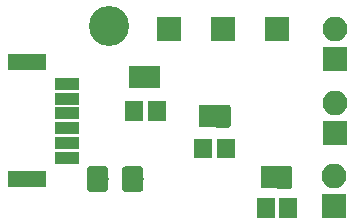
<source format=gbr>
G04 #@! TF.GenerationSoftware,KiCad,Pcbnew,(5.0.0)*
G04 #@! TF.CreationDate,2019-01-08T23:41:56-05:00*
G04 #@! TF.ProjectId,Relay Breakout,52656C617920427265616B6F75742E6B,rev?*
G04 #@! TF.SameCoordinates,Original*
G04 #@! TF.FileFunction,Soldermask,Top*
G04 #@! TF.FilePolarity,Negative*
%FSLAX46Y46*%
G04 Gerber Fmt 4.6, Leading zero omitted, Abs format (unit mm)*
G04 Created by KiCad (PCBNEW (5.0.0)) date 01/08/19 23:41:56*
%MOMM*%
%LPD*%
G01*
G04 APERTURE LIST*
%ADD10R,2.100000X1.000000*%
%ADD11R,3.200000X1.400000*%
%ADD12R,2.100000X2.100000*%
%ADD13O,2.100000X2.100000*%
%ADD14C,1.000000*%
%ADD15C,0.100000*%
%ADD16R,1.400000X1.900000*%
%ADD17R,1.550000X0.950000*%
%ADD18C,1.825000*%
%ADD19C,3.400000*%
G04 APERTURE END LIST*
D10*
G04 #@! TO.C,J1*
X106667040Y-92626120D03*
X106667040Y-91376120D03*
X106667040Y-90126120D03*
X106667040Y-88876120D03*
X106667040Y-87626120D03*
X106667040Y-86376120D03*
D11*
X103317040Y-94476120D03*
X103317040Y-84526120D03*
G04 #@! TD*
D12*
G04 #@! TO.C,J2*
X129352040Y-84251800D03*
D13*
X129352040Y-81711800D03*
G04 #@! TD*
G04 #@! TO.C,J3*
X129346960Y-87970360D03*
D12*
X129346960Y-90510360D03*
G04 #@! TD*
G04 #@! TO.C,J4*
X129311400Y-96748600D03*
D13*
X129311400Y-94208600D03*
G04 #@! TD*
D12*
G04 #@! TO.C,J5*
X124444760Y-81701640D03*
G04 #@! TD*
G04 #@! TO.C,J6*
X119893080Y-81711800D03*
G04 #@! TD*
G04 #@! TO.C,J7*
X115341400Y-81742280D03*
G04 #@! TD*
D14*
G04 #@! TO.C,JP1*
X125054120Y-94300040D03*
D15*
G36*
X124515102Y-95246197D02*
X124477583Y-95234816D01*
X124443006Y-95216334D01*
X124412699Y-95191461D01*
X124387826Y-95161154D01*
X124369344Y-95126577D01*
X124357963Y-95089058D01*
X124354120Y-95050040D01*
X124354120Y-94800040D01*
X124154120Y-94800040D01*
X124115102Y-94796197D01*
X124077583Y-94784816D01*
X124043006Y-94766334D01*
X124012699Y-94741461D01*
X123987826Y-94711154D01*
X123969344Y-94676577D01*
X123957963Y-94639058D01*
X123954120Y-94600040D01*
X123954120Y-94000040D01*
X123957963Y-93961022D01*
X123969344Y-93923503D01*
X123987826Y-93888926D01*
X124012699Y-93858619D01*
X124043006Y-93833746D01*
X124077583Y-93815264D01*
X124115102Y-93803883D01*
X124154120Y-93800040D01*
X124354120Y-93800040D01*
X124354120Y-93550040D01*
X124357963Y-93511022D01*
X124369344Y-93473503D01*
X124387826Y-93438926D01*
X124412699Y-93408619D01*
X124443006Y-93383746D01*
X124477583Y-93365264D01*
X124515102Y-93353883D01*
X124554120Y-93350040D01*
X125554120Y-93350040D01*
X125593138Y-93353883D01*
X125630657Y-93365264D01*
X125665234Y-93383746D01*
X125695541Y-93408619D01*
X125720414Y-93438926D01*
X125738896Y-93473503D01*
X125750277Y-93511022D01*
X125754120Y-93550040D01*
X125754120Y-95050040D01*
X125750277Y-95089058D01*
X125738896Y-95126577D01*
X125720414Y-95161154D01*
X125695541Y-95191461D01*
X125665234Y-95216334D01*
X125630657Y-95234816D01*
X125593138Y-95246197D01*
X125554120Y-95250040D01*
X124554120Y-95250040D01*
X124515102Y-95246197D01*
X124515102Y-95246197D01*
G37*
D16*
X123754120Y-94300040D03*
G04 #@! TD*
G04 #@! TO.C,JP2*
X118536960Y-89133680D03*
D14*
X119836960Y-89133680D03*
D15*
G36*
X119297942Y-90079837D02*
X119260423Y-90068456D01*
X119225846Y-90049974D01*
X119195539Y-90025101D01*
X119170666Y-89994794D01*
X119152184Y-89960217D01*
X119140803Y-89922698D01*
X119136960Y-89883680D01*
X119136960Y-89633680D01*
X118936960Y-89633680D01*
X118897942Y-89629837D01*
X118860423Y-89618456D01*
X118825846Y-89599974D01*
X118795539Y-89575101D01*
X118770666Y-89544794D01*
X118752184Y-89510217D01*
X118740803Y-89472698D01*
X118736960Y-89433680D01*
X118736960Y-88833680D01*
X118740803Y-88794662D01*
X118752184Y-88757143D01*
X118770666Y-88722566D01*
X118795539Y-88692259D01*
X118825846Y-88667386D01*
X118860423Y-88648904D01*
X118897942Y-88637523D01*
X118936960Y-88633680D01*
X119136960Y-88633680D01*
X119136960Y-88383680D01*
X119140803Y-88344662D01*
X119152184Y-88307143D01*
X119170666Y-88272566D01*
X119195539Y-88242259D01*
X119225846Y-88217386D01*
X119260423Y-88198904D01*
X119297942Y-88187523D01*
X119336960Y-88183680D01*
X120336960Y-88183680D01*
X120375978Y-88187523D01*
X120413497Y-88198904D01*
X120448074Y-88217386D01*
X120478381Y-88242259D01*
X120503254Y-88272566D01*
X120521736Y-88307143D01*
X120533117Y-88344662D01*
X120536960Y-88383680D01*
X120536960Y-89883680D01*
X120533117Y-89922698D01*
X120521736Y-89960217D01*
X120503254Y-89994794D01*
X120478381Y-90025101D01*
X120448074Y-90049974D01*
X120413497Y-90068456D01*
X120375978Y-90079837D01*
X120336960Y-90083680D01*
X119336960Y-90083680D01*
X119297942Y-90079837D01*
X119297942Y-90079837D01*
G37*
G04 #@! TD*
D14*
G04 #@! TO.C,JP3*
X113872800Y-85785960D03*
D15*
G36*
X113333782Y-86732117D02*
X113296263Y-86720736D01*
X113261686Y-86702254D01*
X113231379Y-86677381D01*
X113206506Y-86647074D01*
X113188024Y-86612497D01*
X113176643Y-86574978D01*
X113172800Y-86535960D01*
X113172800Y-86285960D01*
X112972800Y-86285960D01*
X112933782Y-86282117D01*
X112896263Y-86270736D01*
X112861686Y-86252254D01*
X112831379Y-86227381D01*
X112806506Y-86197074D01*
X112788024Y-86162497D01*
X112776643Y-86124978D01*
X112772800Y-86085960D01*
X112772800Y-85485960D01*
X112776643Y-85446942D01*
X112788024Y-85409423D01*
X112806506Y-85374846D01*
X112831379Y-85344539D01*
X112861686Y-85319666D01*
X112896263Y-85301184D01*
X112933782Y-85289803D01*
X112972800Y-85285960D01*
X113172800Y-85285960D01*
X113172800Y-85035960D01*
X113176643Y-84996942D01*
X113188024Y-84959423D01*
X113206506Y-84924846D01*
X113231379Y-84894539D01*
X113261686Y-84869666D01*
X113296263Y-84851184D01*
X113333782Y-84839803D01*
X113372800Y-84835960D01*
X114372800Y-84835960D01*
X114411818Y-84839803D01*
X114449337Y-84851184D01*
X114483914Y-84869666D01*
X114514221Y-84894539D01*
X114539094Y-84924846D01*
X114557576Y-84959423D01*
X114568957Y-84996942D01*
X114572800Y-85035960D01*
X114572800Y-86535960D01*
X114568957Y-86574978D01*
X114557576Y-86612497D01*
X114539094Y-86647074D01*
X114514221Y-86677381D01*
X114483914Y-86702254D01*
X114449337Y-86720736D01*
X114411818Y-86732117D01*
X114372800Y-86735960D01*
X113372800Y-86735960D01*
X113333782Y-86732117D01*
X113333782Y-86732117D01*
G37*
D16*
X112572800Y-85785960D03*
G04 #@! TD*
D17*
G04 #@! TO.C,U1*
X123494800Y-96504760D03*
X123494800Y-97304760D03*
X125394800Y-96504760D03*
X125394800Y-97304760D03*
G04 #@! TD*
G04 #@! TO.C,U2*
X120121760Y-92255240D03*
X120121760Y-91455240D03*
X118221760Y-92255240D03*
X118221760Y-91455240D03*
G04 #@! TD*
G04 #@! TO.C,U3*
X112364520Y-88275160D03*
X112364520Y-89075160D03*
X114264520Y-88275160D03*
X114264520Y-89075160D03*
G04 #@! TD*
D15*
G04 #@! TO.C,F1*
G36*
X109884347Y-93368822D02*
X109915427Y-93373432D01*
X109945906Y-93381067D01*
X109975490Y-93391652D01*
X110003894Y-93405086D01*
X110030844Y-93421239D01*
X110056082Y-93439957D01*
X110079363Y-93461057D01*
X110100463Y-93484338D01*
X110119181Y-93509576D01*
X110135334Y-93536526D01*
X110148768Y-93564930D01*
X110159353Y-93594514D01*
X110166988Y-93624993D01*
X110171598Y-93656073D01*
X110173140Y-93687456D01*
X110173140Y-95197104D01*
X110171598Y-95228487D01*
X110166988Y-95259567D01*
X110159353Y-95290046D01*
X110148768Y-95319630D01*
X110135334Y-95348034D01*
X110119181Y-95374984D01*
X110100463Y-95400222D01*
X110079363Y-95423503D01*
X110056082Y-95444603D01*
X110030844Y-95463321D01*
X110003894Y-95479474D01*
X109975490Y-95492908D01*
X109945906Y-95503493D01*
X109915427Y-95511128D01*
X109884347Y-95515738D01*
X109852964Y-95517280D01*
X108668316Y-95517280D01*
X108636933Y-95515738D01*
X108605853Y-95511128D01*
X108575374Y-95503493D01*
X108545790Y-95492908D01*
X108517386Y-95479474D01*
X108490436Y-95463321D01*
X108465198Y-95444603D01*
X108441917Y-95423503D01*
X108420817Y-95400222D01*
X108402099Y-95374984D01*
X108385946Y-95348034D01*
X108372512Y-95319630D01*
X108361927Y-95290046D01*
X108354292Y-95259567D01*
X108349682Y-95228487D01*
X108348140Y-95197104D01*
X108348140Y-93687456D01*
X108349682Y-93656073D01*
X108354292Y-93624993D01*
X108361927Y-93594514D01*
X108372512Y-93564930D01*
X108385946Y-93536526D01*
X108402099Y-93509576D01*
X108420817Y-93484338D01*
X108441917Y-93461057D01*
X108465198Y-93439957D01*
X108490436Y-93421239D01*
X108517386Y-93405086D01*
X108545790Y-93391652D01*
X108575374Y-93381067D01*
X108605853Y-93373432D01*
X108636933Y-93368822D01*
X108668316Y-93367280D01*
X109852964Y-93367280D01*
X109884347Y-93368822D01*
X109884347Y-93368822D01*
G37*
D18*
X109260640Y-94442280D03*
D15*
G36*
X112859347Y-93368822D02*
X112890427Y-93373432D01*
X112920906Y-93381067D01*
X112950490Y-93391652D01*
X112978894Y-93405086D01*
X113005844Y-93421239D01*
X113031082Y-93439957D01*
X113054363Y-93461057D01*
X113075463Y-93484338D01*
X113094181Y-93509576D01*
X113110334Y-93536526D01*
X113123768Y-93564930D01*
X113134353Y-93594514D01*
X113141988Y-93624993D01*
X113146598Y-93656073D01*
X113148140Y-93687456D01*
X113148140Y-95197104D01*
X113146598Y-95228487D01*
X113141988Y-95259567D01*
X113134353Y-95290046D01*
X113123768Y-95319630D01*
X113110334Y-95348034D01*
X113094181Y-95374984D01*
X113075463Y-95400222D01*
X113054363Y-95423503D01*
X113031082Y-95444603D01*
X113005844Y-95463321D01*
X112978894Y-95479474D01*
X112950490Y-95492908D01*
X112920906Y-95503493D01*
X112890427Y-95511128D01*
X112859347Y-95515738D01*
X112827964Y-95517280D01*
X111643316Y-95517280D01*
X111611933Y-95515738D01*
X111580853Y-95511128D01*
X111550374Y-95503493D01*
X111520790Y-95492908D01*
X111492386Y-95479474D01*
X111465436Y-95463321D01*
X111440198Y-95444603D01*
X111416917Y-95423503D01*
X111395817Y-95400222D01*
X111377099Y-95374984D01*
X111360946Y-95348034D01*
X111347512Y-95319630D01*
X111336927Y-95290046D01*
X111329292Y-95259567D01*
X111324682Y-95228487D01*
X111323140Y-95197104D01*
X111323140Y-93687456D01*
X111324682Y-93656073D01*
X111329292Y-93624993D01*
X111336927Y-93594514D01*
X111347512Y-93564930D01*
X111360946Y-93536526D01*
X111377099Y-93509576D01*
X111395817Y-93484338D01*
X111416917Y-93461057D01*
X111440198Y-93439957D01*
X111465436Y-93421239D01*
X111492386Y-93405086D01*
X111520790Y-93391652D01*
X111550374Y-93381067D01*
X111580853Y-93373432D01*
X111611933Y-93368822D01*
X111643316Y-93367280D01*
X112827964Y-93367280D01*
X112859347Y-93368822D01*
X112859347Y-93368822D01*
G37*
D18*
X112235640Y-94442280D03*
G04 #@! TD*
D19*
G04 #@! TO.C,REF\002A\002A*
X110210600Y-81447640D03*
G04 #@! TD*
M02*

</source>
